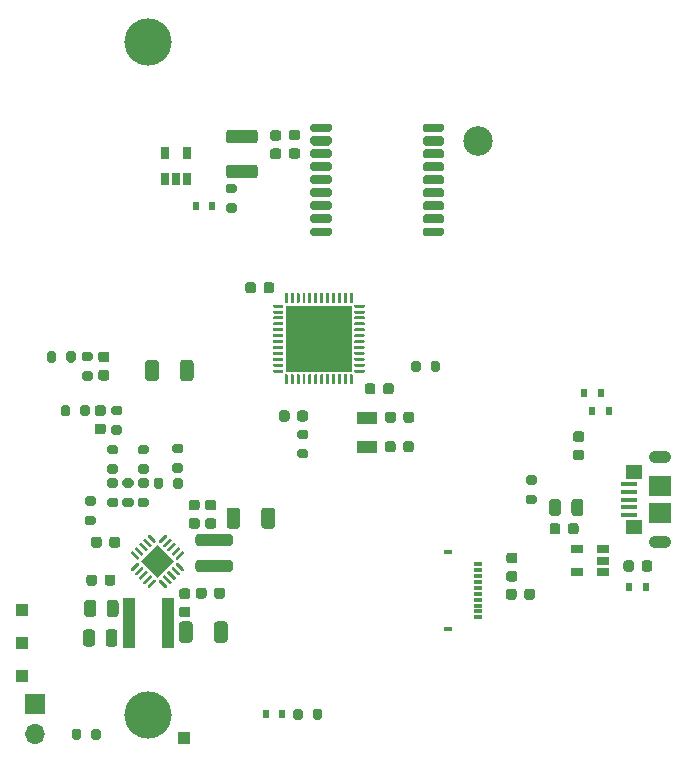
<source format=gbr>
%TF.GenerationSoftware,KiCad,Pcbnew,(5.1.10)-1*%
%TF.CreationDate,2021-11-23T09:49:32-07:00*%
%TF.ProjectId,SolarGPS,536f6c61-7247-4505-932e-6b696361645f,rev?*%
%TF.SameCoordinates,Original*%
%TF.FileFunction,Soldermask,Bot*%
%TF.FilePolarity,Negative*%
%FSLAX46Y46*%
G04 Gerber Fmt 4.6, Leading zero omitted, Abs format (unit mm)*
G04 Created by KiCad (PCBNEW (5.1.10)-1) date 2021-11-23 09:49:32*
%MOMM*%
%LPD*%
G01*
G04 APERTURE LIST*
%ADD10R,0.650000X1.060000*%
%ADD11R,0.600000X0.700000*%
%ADD12R,1.060000X0.650000*%
%ADD13R,1.450000X1.150000*%
%ADD14O,1.900000X1.050000*%
%ADD15R,1.900000X1.750000*%
%ADD16R,1.400000X0.400000*%
%ADD17R,5.600000X5.600000*%
%ADD18R,1.000000X1.000000*%
%ADD19C,2.500000*%
%ADD20C,4.000000*%
%ADD21O,1.700000X1.700000*%
%ADD22R,1.700000X1.700000*%
%ADD23R,0.800000X0.400000*%
%ADD24R,0.800000X0.300000*%
%ADD25R,1.800000X1.000000*%
%ADD26C,0.100000*%
%ADD27R,1.000000X4.300000*%
G04 APERTURE END LIST*
D10*
%TO.C,U5*%
X64800000Y-62400000D03*
X62900000Y-62400000D03*
X62900000Y-64600000D03*
X63850000Y-64600000D03*
X64800000Y-64600000D03*
%TD*%
%TO.C,R7*%
G36*
G01*
X74600000Y-109675000D02*
X74600000Y-110225000D01*
G75*
G02*
X74400000Y-110425000I-200000J0D01*
G01*
X74000000Y-110425000D01*
G75*
G02*
X73800000Y-110225000I0J200000D01*
G01*
X73800000Y-109675000D01*
G75*
G02*
X74000000Y-109475000I200000J0D01*
G01*
X74400000Y-109475000D01*
G75*
G02*
X74600000Y-109675000I0J-200000D01*
G01*
G37*
G36*
G01*
X76250000Y-109675000D02*
X76250000Y-110225000D01*
G75*
G02*
X76050000Y-110425000I-200000J0D01*
G01*
X75650000Y-110425000D01*
G75*
G02*
X75450000Y-110225000I0J200000D01*
G01*
X75450000Y-109675000D01*
G75*
G02*
X75650000Y-109475000I200000J0D01*
G01*
X76050000Y-109475000D01*
G75*
G02*
X76250000Y-109675000I0J-200000D01*
G01*
G37*
%TD*%
D11*
%TO.C,D6*%
X71450000Y-109950000D03*
X72850000Y-109950000D03*
%TD*%
D12*
%TO.C,U4*%
X97800000Y-96000000D03*
X97800000Y-97900000D03*
X100000000Y-97900000D03*
X100000000Y-96950000D03*
X100000000Y-96000000D03*
%TD*%
D13*
%TO.C,J2*%
X102620000Y-89455000D03*
X102620000Y-94095000D03*
D14*
X104850000Y-95350000D03*
X104850000Y-88200000D03*
D15*
X104850000Y-90650000D03*
D16*
X102200000Y-91775000D03*
X102200000Y-92425000D03*
X102200000Y-93075000D03*
X102200000Y-90475000D03*
X102200000Y-91125000D03*
D15*
X104850000Y-92900000D03*
%TD*%
D11*
%TO.C,D5*%
X102250000Y-99200000D03*
X103650000Y-99200000D03*
%TD*%
%TO.C,D4*%
X99100000Y-84250000D03*
X100500000Y-84250000D03*
%TD*%
%TO.C,D3*%
X98450000Y-82750000D03*
X99850000Y-82750000D03*
%TD*%
%TO.C,C27*%
G36*
G01*
X103300000Y-97650000D02*
X103300000Y-97150000D01*
G75*
G02*
X103525000Y-96925000I225000J0D01*
G01*
X103975000Y-96925000D01*
G75*
G02*
X104200000Y-97150000I0J-225000D01*
G01*
X104200000Y-97650000D01*
G75*
G02*
X103975000Y-97875000I-225000J0D01*
G01*
X103525000Y-97875000D01*
G75*
G02*
X103300000Y-97650000I0J225000D01*
G01*
G37*
G36*
G01*
X101750000Y-97650000D02*
X101750000Y-97150000D01*
G75*
G02*
X101975000Y-96925000I225000J0D01*
G01*
X102425000Y-96925000D01*
G75*
G02*
X102650000Y-97150000I0J-225000D01*
G01*
X102650000Y-97650000D01*
G75*
G02*
X102425000Y-97875000I-225000J0D01*
G01*
X101975000Y-97875000D01*
G75*
G02*
X101750000Y-97650000I0J225000D01*
G01*
G37*
%TD*%
%TO.C,C19*%
G36*
G01*
X96400000Y-94000000D02*
X96400000Y-94500000D01*
G75*
G02*
X96175000Y-94725000I-225000J0D01*
G01*
X95725000Y-94725000D01*
G75*
G02*
X95500000Y-94500000I0J225000D01*
G01*
X95500000Y-94000000D01*
G75*
G02*
X95725000Y-93775000I225000J0D01*
G01*
X96175000Y-93775000D01*
G75*
G02*
X96400000Y-94000000I0J-225000D01*
G01*
G37*
G36*
G01*
X97950000Y-94000000D02*
X97950000Y-94500000D01*
G75*
G02*
X97725000Y-94725000I-225000J0D01*
G01*
X97275000Y-94725000D01*
G75*
G02*
X97050000Y-94500000I0J225000D01*
G01*
X97050000Y-94000000D01*
G75*
G02*
X97275000Y-93775000I225000J0D01*
G01*
X97725000Y-93775000D01*
G75*
G02*
X97950000Y-94000000I0J-225000D01*
G01*
G37*
%TD*%
%TO.C,C17*%
G36*
G01*
X97350000Y-92925000D02*
X97350000Y-91975000D01*
G75*
G02*
X97600000Y-91725000I250000J0D01*
G01*
X98100000Y-91725000D01*
G75*
G02*
X98350000Y-91975000I0J-250000D01*
G01*
X98350000Y-92925000D01*
G75*
G02*
X98100000Y-93175000I-250000J0D01*
G01*
X97600000Y-93175000D01*
G75*
G02*
X97350000Y-92925000I0J250000D01*
G01*
G37*
G36*
G01*
X95450000Y-92925000D02*
X95450000Y-91975000D01*
G75*
G02*
X95700000Y-91725000I250000J0D01*
G01*
X96200000Y-91725000D01*
G75*
G02*
X96450000Y-91975000I0J-250000D01*
G01*
X96450000Y-92925000D01*
G75*
G02*
X96200000Y-93175000I-250000J0D01*
G01*
X95700000Y-93175000D01*
G75*
G02*
X95450000Y-92925000I0J250000D01*
G01*
G37*
%TD*%
D17*
%TO.C,U3*%
X75950000Y-78150000D03*
G36*
G01*
X79762500Y-81025000D02*
X79012500Y-81025000D01*
G75*
G02*
X78950000Y-80962500I0J62500D01*
G01*
X78950000Y-80837500D01*
G75*
G02*
X79012500Y-80775000I62500J0D01*
G01*
X79762500Y-80775000D01*
G75*
G02*
X79825000Y-80837500I0J-62500D01*
G01*
X79825000Y-80962500D01*
G75*
G02*
X79762500Y-81025000I-62500J0D01*
G01*
G37*
G36*
G01*
X79762500Y-80525000D02*
X79012500Y-80525000D01*
G75*
G02*
X78950000Y-80462500I0J62500D01*
G01*
X78950000Y-80337500D01*
G75*
G02*
X79012500Y-80275000I62500J0D01*
G01*
X79762500Y-80275000D01*
G75*
G02*
X79825000Y-80337500I0J-62500D01*
G01*
X79825000Y-80462500D01*
G75*
G02*
X79762500Y-80525000I-62500J0D01*
G01*
G37*
G36*
G01*
X79762500Y-80025000D02*
X79012500Y-80025000D01*
G75*
G02*
X78950000Y-79962500I0J62500D01*
G01*
X78950000Y-79837500D01*
G75*
G02*
X79012500Y-79775000I62500J0D01*
G01*
X79762500Y-79775000D01*
G75*
G02*
X79825000Y-79837500I0J-62500D01*
G01*
X79825000Y-79962500D01*
G75*
G02*
X79762500Y-80025000I-62500J0D01*
G01*
G37*
G36*
G01*
X79762500Y-79525000D02*
X79012500Y-79525000D01*
G75*
G02*
X78950000Y-79462500I0J62500D01*
G01*
X78950000Y-79337500D01*
G75*
G02*
X79012500Y-79275000I62500J0D01*
G01*
X79762500Y-79275000D01*
G75*
G02*
X79825000Y-79337500I0J-62500D01*
G01*
X79825000Y-79462500D01*
G75*
G02*
X79762500Y-79525000I-62500J0D01*
G01*
G37*
G36*
G01*
X79762500Y-79025000D02*
X79012500Y-79025000D01*
G75*
G02*
X78950000Y-78962500I0J62500D01*
G01*
X78950000Y-78837500D01*
G75*
G02*
X79012500Y-78775000I62500J0D01*
G01*
X79762500Y-78775000D01*
G75*
G02*
X79825000Y-78837500I0J-62500D01*
G01*
X79825000Y-78962500D01*
G75*
G02*
X79762500Y-79025000I-62500J0D01*
G01*
G37*
G36*
G01*
X79762500Y-78525000D02*
X79012500Y-78525000D01*
G75*
G02*
X78950000Y-78462500I0J62500D01*
G01*
X78950000Y-78337500D01*
G75*
G02*
X79012500Y-78275000I62500J0D01*
G01*
X79762500Y-78275000D01*
G75*
G02*
X79825000Y-78337500I0J-62500D01*
G01*
X79825000Y-78462500D01*
G75*
G02*
X79762500Y-78525000I-62500J0D01*
G01*
G37*
G36*
G01*
X79762500Y-78025000D02*
X79012500Y-78025000D01*
G75*
G02*
X78950000Y-77962500I0J62500D01*
G01*
X78950000Y-77837500D01*
G75*
G02*
X79012500Y-77775000I62500J0D01*
G01*
X79762500Y-77775000D01*
G75*
G02*
X79825000Y-77837500I0J-62500D01*
G01*
X79825000Y-77962500D01*
G75*
G02*
X79762500Y-78025000I-62500J0D01*
G01*
G37*
G36*
G01*
X79762500Y-77525000D02*
X79012500Y-77525000D01*
G75*
G02*
X78950000Y-77462500I0J62500D01*
G01*
X78950000Y-77337500D01*
G75*
G02*
X79012500Y-77275000I62500J0D01*
G01*
X79762500Y-77275000D01*
G75*
G02*
X79825000Y-77337500I0J-62500D01*
G01*
X79825000Y-77462500D01*
G75*
G02*
X79762500Y-77525000I-62500J0D01*
G01*
G37*
G36*
G01*
X79762500Y-77025000D02*
X79012500Y-77025000D01*
G75*
G02*
X78950000Y-76962500I0J62500D01*
G01*
X78950000Y-76837500D01*
G75*
G02*
X79012500Y-76775000I62500J0D01*
G01*
X79762500Y-76775000D01*
G75*
G02*
X79825000Y-76837500I0J-62500D01*
G01*
X79825000Y-76962500D01*
G75*
G02*
X79762500Y-77025000I-62500J0D01*
G01*
G37*
G36*
G01*
X79762500Y-76525000D02*
X79012500Y-76525000D01*
G75*
G02*
X78950000Y-76462500I0J62500D01*
G01*
X78950000Y-76337500D01*
G75*
G02*
X79012500Y-76275000I62500J0D01*
G01*
X79762500Y-76275000D01*
G75*
G02*
X79825000Y-76337500I0J-62500D01*
G01*
X79825000Y-76462500D01*
G75*
G02*
X79762500Y-76525000I-62500J0D01*
G01*
G37*
G36*
G01*
X79762500Y-76025000D02*
X79012500Y-76025000D01*
G75*
G02*
X78950000Y-75962500I0J62500D01*
G01*
X78950000Y-75837500D01*
G75*
G02*
X79012500Y-75775000I62500J0D01*
G01*
X79762500Y-75775000D01*
G75*
G02*
X79825000Y-75837500I0J-62500D01*
G01*
X79825000Y-75962500D01*
G75*
G02*
X79762500Y-76025000I-62500J0D01*
G01*
G37*
G36*
G01*
X79762500Y-75525000D02*
X79012500Y-75525000D01*
G75*
G02*
X78950000Y-75462500I0J62500D01*
G01*
X78950000Y-75337500D01*
G75*
G02*
X79012500Y-75275000I62500J0D01*
G01*
X79762500Y-75275000D01*
G75*
G02*
X79825000Y-75337500I0J-62500D01*
G01*
X79825000Y-75462500D01*
G75*
G02*
X79762500Y-75525000I-62500J0D01*
G01*
G37*
G36*
G01*
X78762500Y-75150000D02*
X78637500Y-75150000D01*
G75*
G02*
X78575000Y-75087500I0J62500D01*
G01*
X78575000Y-74337500D01*
G75*
G02*
X78637500Y-74275000I62500J0D01*
G01*
X78762500Y-74275000D01*
G75*
G02*
X78825000Y-74337500I0J-62500D01*
G01*
X78825000Y-75087500D01*
G75*
G02*
X78762500Y-75150000I-62500J0D01*
G01*
G37*
G36*
G01*
X78262500Y-75150000D02*
X78137500Y-75150000D01*
G75*
G02*
X78075000Y-75087500I0J62500D01*
G01*
X78075000Y-74337500D01*
G75*
G02*
X78137500Y-74275000I62500J0D01*
G01*
X78262500Y-74275000D01*
G75*
G02*
X78325000Y-74337500I0J-62500D01*
G01*
X78325000Y-75087500D01*
G75*
G02*
X78262500Y-75150000I-62500J0D01*
G01*
G37*
G36*
G01*
X77762500Y-75150000D02*
X77637500Y-75150000D01*
G75*
G02*
X77575000Y-75087500I0J62500D01*
G01*
X77575000Y-74337500D01*
G75*
G02*
X77637500Y-74275000I62500J0D01*
G01*
X77762500Y-74275000D01*
G75*
G02*
X77825000Y-74337500I0J-62500D01*
G01*
X77825000Y-75087500D01*
G75*
G02*
X77762500Y-75150000I-62500J0D01*
G01*
G37*
G36*
G01*
X77262500Y-75150000D02*
X77137500Y-75150000D01*
G75*
G02*
X77075000Y-75087500I0J62500D01*
G01*
X77075000Y-74337500D01*
G75*
G02*
X77137500Y-74275000I62500J0D01*
G01*
X77262500Y-74275000D01*
G75*
G02*
X77325000Y-74337500I0J-62500D01*
G01*
X77325000Y-75087500D01*
G75*
G02*
X77262500Y-75150000I-62500J0D01*
G01*
G37*
G36*
G01*
X76762500Y-75150000D02*
X76637500Y-75150000D01*
G75*
G02*
X76575000Y-75087500I0J62500D01*
G01*
X76575000Y-74337500D01*
G75*
G02*
X76637500Y-74275000I62500J0D01*
G01*
X76762500Y-74275000D01*
G75*
G02*
X76825000Y-74337500I0J-62500D01*
G01*
X76825000Y-75087500D01*
G75*
G02*
X76762500Y-75150000I-62500J0D01*
G01*
G37*
G36*
G01*
X76262500Y-75150000D02*
X76137500Y-75150000D01*
G75*
G02*
X76075000Y-75087500I0J62500D01*
G01*
X76075000Y-74337500D01*
G75*
G02*
X76137500Y-74275000I62500J0D01*
G01*
X76262500Y-74275000D01*
G75*
G02*
X76325000Y-74337500I0J-62500D01*
G01*
X76325000Y-75087500D01*
G75*
G02*
X76262500Y-75150000I-62500J0D01*
G01*
G37*
G36*
G01*
X75762500Y-75150000D02*
X75637500Y-75150000D01*
G75*
G02*
X75575000Y-75087500I0J62500D01*
G01*
X75575000Y-74337500D01*
G75*
G02*
X75637500Y-74275000I62500J0D01*
G01*
X75762500Y-74275000D01*
G75*
G02*
X75825000Y-74337500I0J-62500D01*
G01*
X75825000Y-75087500D01*
G75*
G02*
X75762500Y-75150000I-62500J0D01*
G01*
G37*
G36*
G01*
X75262500Y-75150000D02*
X75137500Y-75150000D01*
G75*
G02*
X75075000Y-75087500I0J62500D01*
G01*
X75075000Y-74337500D01*
G75*
G02*
X75137500Y-74275000I62500J0D01*
G01*
X75262500Y-74275000D01*
G75*
G02*
X75325000Y-74337500I0J-62500D01*
G01*
X75325000Y-75087500D01*
G75*
G02*
X75262500Y-75150000I-62500J0D01*
G01*
G37*
G36*
G01*
X74762500Y-75150000D02*
X74637500Y-75150000D01*
G75*
G02*
X74575000Y-75087500I0J62500D01*
G01*
X74575000Y-74337500D01*
G75*
G02*
X74637500Y-74275000I62500J0D01*
G01*
X74762500Y-74275000D01*
G75*
G02*
X74825000Y-74337500I0J-62500D01*
G01*
X74825000Y-75087500D01*
G75*
G02*
X74762500Y-75150000I-62500J0D01*
G01*
G37*
G36*
G01*
X74262500Y-75150000D02*
X74137500Y-75150000D01*
G75*
G02*
X74075000Y-75087500I0J62500D01*
G01*
X74075000Y-74337500D01*
G75*
G02*
X74137500Y-74275000I62500J0D01*
G01*
X74262500Y-74275000D01*
G75*
G02*
X74325000Y-74337500I0J-62500D01*
G01*
X74325000Y-75087500D01*
G75*
G02*
X74262500Y-75150000I-62500J0D01*
G01*
G37*
G36*
G01*
X73762500Y-75150000D02*
X73637500Y-75150000D01*
G75*
G02*
X73575000Y-75087500I0J62500D01*
G01*
X73575000Y-74337500D01*
G75*
G02*
X73637500Y-74275000I62500J0D01*
G01*
X73762500Y-74275000D01*
G75*
G02*
X73825000Y-74337500I0J-62500D01*
G01*
X73825000Y-75087500D01*
G75*
G02*
X73762500Y-75150000I-62500J0D01*
G01*
G37*
G36*
G01*
X73262500Y-75150000D02*
X73137500Y-75150000D01*
G75*
G02*
X73075000Y-75087500I0J62500D01*
G01*
X73075000Y-74337500D01*
G75*
G02*
X73137500Y-74275000I62500J0D01*
G01*
X73262500Y-74275000D01*
G75*
G02*
X73325000Y-74337500I0J-62500D01*
G01*
X73325000Y-75087500D01*
G75*
G02*
X73262500Y-75150000I-62500J0D01*
G01*
G37*
G36*
G01*
X72887500Y-75525000D02*
X72137500Y-75525000D01*
G75*
G02*
X72075000Y-75462500I0J62500D01*
G01*
X72075000Y-75337500D01*
G75*
G02*
X72137500Y-75275000I62500J0D01*
G01*
X72887500Y-75275000D01*
G75*
G02*
X72950000Y-75337500I0J-62500D01*
G01*
X72950000Y-75462500D01*
G75*
G02*
X72887500Y-75525000I-62500J0D01*
G01*
G37*
G36*
G01*
X72887500Y-76025000D02*
X72137500Y-76025000D01*
G75*
G02*
X72075000Y-75962500I0J62500D01*
G01*
X72075000Y-75837500D01*
G75*
G02*
X72137500Y-75775000I62500J0D01*
G01*
X72887500Y-75775000D01*
G75*
G02*
X72950000Y-75837500I0J-62500D01*
G01*
X72950000Y-75962500D01*
G75*
G02*
X72887500Y-76025000I-62500J0D01*
G01*
G37*
G36*
G01*
X72887500Y-76525000D02*
X72137500Y-76525000D01*
G75*
G02*
X72075000Y-76462500I0J62500D01*
G01*
X72075000Y-76337500D01*
G75*
G02*
X72137500Y-76275000I62500J0D01*
G01*
X72887500Y-76275000D01*
G75*
G02*
X72950000Y-76337500I0J-62500D01*
G01*
X72950000Y-76462500D01*
G75*
G02*
X72887500Y-76525000I-62500J0D01*
G01*
G37*
G36*
G01*
X72887500Y-77025000D02*
X72137500Y-77025000D01*
G75*
G02*
X72075000Y-76962500I0J62500D01*
G01*
X72075000Y-76837500D01*
G75*
G02*
X72137500Y-76775000I62500J0D01*
G01*
X72887500Y-76775000D01*
G75*
G02*
X72950000Y-76837500I0J-62500D01*
G01*
X72950000Y-76962500D01*
G75*
G02*
X72887500Y-77025000I-62500J0D01*
G01*
G37*
G36*
G01*
X72887500Y-77525000D02*
X72137500Y-77525000D01*
G75*
G02*
X72075000Y-77462500I0J62500D01*
G01*
X72075000Y-77337500D01*
G75*
G02*
X72137500Y-77275000I62500J0D01*
G01*
X72887500Y-77275000D01*
G75*
G02*
X72950000Y-77337500I0J-62500D01*
G01*
X72950000Y-77462500D01*
G75*
G02*
X72887500Y-77525000I-62500J0D01*
G01*
G37*
G36*
G01*
X72887500Y-78025000D02*
X72137500Y-78025000D01*
G75*
G02*
X72075000Y-77962500I0J62500D01*
G01*
X72075000Y-77837500D01*
G75*
G02*
X72137500Y-77775000I62500J0D01*
G01*
X72887500Y-77775000D01*
G75*
G02*
X72950000Y-77837500I0J-62500D01*
G01*
X72950000Y-77962500D01*
G75*
G02*
X72887500Y-78025000I-62500J0D01*
G01*
G37*
G36*
G01*
X72887500Y-78525000D02*
X72137500Y-78525000D01*
G75*
G02*
X72075000Y-78462500I0J62500D01*
G01*
X72075000Y-78337500D01*
G75*
G02*
X72137500Y-78275000I62500J0D01*
G01*
X72887500Y-78275000D01*
G75*
G02*
X72950000Y-78337500I0J-62500D01*
G01*
X72950000Y-78462500D01*
G75*
G02*
X72887500Y-78525000I-62500J0D01*
G01*
G37*
G36*
G01*
X72887500Y-79025000D02*
X72137500Y-79025000D01*
G75*
G02*
X72075000Y-78962500I0J62500D01*
G01*
X72075000Y-78837500D01*
G75*
G02*
X72137500Y-78775000I62500J0D01*
G01*
X72887500Y-78775000D01*
G75*
G02*
X72950000Y-78837500I0J-62500D01*
G01*
X72950000Y-78962500D01*
G75*
G02*
X72887500Y-79025000I-62500J0D01*
G01*
G37*
G36*
G01*
X72887500Y-79525000D02*
X72137500Y-79525000D01*
G75*
G02*
X72075000Y-79462500I0J62500D01*
G01*
X72075000Y-79337500D01*
G75*
G02*
X72137500Y-79275000I62500J0D01*
G01*
X72887500Y-79275000D01*
G75*
G02*
X72950000Y-79337500I0J-62500D01*
G01*
X72950000Y-79462500D01*
G75*
G02*
X72887500Y-79525000I-62500J0D01*
G01*
G37*
G36*
G01*
X72887500Y-80025000D02*
X72137500Y-80025000D01*
G75*
G02*
X72075000Y-79962500I0J62500D01*
G01*
X72075000Y-79837500D01*
G75*
G02*
X72137500Y-79775000I62500J0D01*
G01*
X72887500Y-79775000D01*
G75*
G02*
X72950000Y-79837500I0J-62500D01*
G01*
X72950000Y-79962500D01*
G75*
G02*
X72887500Y-80025000I-62500J0D01*
G01*
G37*
G36*
G01*
X72887500Y-80525000D02*
X72137500Y-80525000D01*
G75*
G02*
X72075000Y-80462500I0J62500D01*
G01*
X72075000Y-80337500D01*
G75*
G02*
X72137500Y-80275000I62500J0D01*
G01*
X72887500Y-80275000D01*
G75*
G02*
X72950000Y-80337500I0J-62500D01*
G01*
X72950000Y-80462500D01*
G75*
G02*
X72887500Y-80525000I-62500J0D01*
G01*
G37*
G36*
G01*
X72887500Y-81025000D02*
X72137500Y-81025000D01*
G75*
G02*
X72075000Y-80962500I0J62500D01*
G01*
X72075000Y-80837500D01*
G75*
G02*
X72137500Y-80775000I62500J0D01*
G01*
X72887500Y-80775000D01*
G75*
G02*
X72950000Y-80837500I0J-62500D01*
G01*
X72950000Y-80962500D01*
G75*
G02*
X72887500Y-81025000I-62500J0D01*
G01*
G37*
G36*
G01*
X73262500Y-82025000D02*
X73137500Y-82025000D01*
G75*
G02*
X73075000Y-81962500I0J62500D01*
G01*
X73075000Y-81212500D01*
G75*
G02*
X73137500Y-81150000I62500J0D01*
G01*
X73262500Y-81150000D01*
G75*
G02*
X73325000Y-81212500I0J-62500D01*
G01*
X73325000Y-81962500D01*
G75*
G02*
X73262500Y-82025000I-62500J0D01*
G01*
G37*
G36*
G01*
X73762500Y-82025000D02*
X73637500Y-82025000D01*
G75*
G02*
X73575000Y-81962500I0J62500D01*
G01*
X73575000Y-81212500D01*
G75*
G02*
X73637500Y-81150000I62500J0D01*
G01*
X73762500Y-81150000D01*
G75*
G02*
X73825000Y-81212500I0J-62500D01*
G01*
X73825000Y-81962500D01*
G75*
G02*
X73762500Y-82025000I-62500J0D01*
G01*
G37*
G36*
G01*
X74262500Y-82025000D02*
X74137500Y-82025000D01*
G75*
G02*
X74075000Y-81962500I0J62500D01*
G01*
X74075000Y-81212500D01*
G75*
G02*
X74137500Y-81150000I62500J0D01*
G01*
X74262500Y-81150000D01*
G75*
G02*
X74325000Y-81212500I0J-62500D01*
G01*
X74325000Y-81962500D01*
G75*
G02*
X74262500Y-82025000I-62500J0D01*
G01*
G37*
G36*
G01*
X74762500Y-82025000D02*
X74637500Y-82025000D01*
G75*
G02*
X74575000Y-81962500I0J62500D01*
G01*
X74575000Y-81212500D01*
G75*
G02*
X74637500Y-81150000I62500J0D01*
G01*
X74762500Y-81150000D01*
G75*
G02*
X74825000Y-81212500I0J-62500D01*
G01*
X74825000Y-81962500D01*
G75*
G02*
X74762500Y-82025000I-62500J0D01*
G01*
G37*
G36*
G01*
X75262500Y-82025000D02*
X75137500Y-82025000D01*
G75*
G02*
X75075000Y-81962500I0J62500D01*
G01*
X75075000Y-81212500D01*
G75*
G02*
X75137500Y-81150000I62500J0D01*
G01*
X75262500Y-81150000D01*
G75*
G02*
X75325000Y-81212500I0J-62500D01*
G01*
X75325000Y-81962500D01*
G75*
G02*
X75262500Y-82025000I-62500J0D01*
G01*
G37*
G36*
G01*
X75762500Y-82025000D02*
X75637500Y-82025000D01*
G75*
G02*
X75575000Y-81962500I0J62500D01*
G01*
X75575000Y-81212500D01*
G75*
G02*
X75637500Y-81150000I62500J0D01*
G01*
X75762500Y-81150000D01*
G75*
G02*
X75825000Y-81212500I0J-62500D01*
G01*
X75825000Y-81962500D01*
G75*
G02*
X75762500Y-82025000I-62500J0D01*
G01*
G37*
G36*
G01*
X76262500Y-82025000D02*
X76137500Y-82025000D01*
G75*
G02*
X76075000Y-81962500I0J62500D01*
G01*
X76075000Y-81212500D01*
G75*
G02*
X76137500Y-81150000I62500J0D01*
G01*
X76262500Y-81150000D01*
G75*
G02*
X76325000Y-81212500I0J-62500D01*
G01*
X76325000Y-81962500D01*
G75*
G02*
X76262500Y-82025000I-62500J0D01*
G01*
G37*
G36*
G01*
X76762500Y-82025000D02*
X76637500Y-82025000D01*
G75*
G02*
X76575000Y-81962500I0J62500D01*
G01*
X76575000Y-81212500D01*
G75*
G02*
X76637500Y-81150000I62500J0D01*
G01*
X76762500Y-81150000D01*
G75*
G02*
X76825000Y-81212500I0J-62500D01*
G01*
X76825000Y-81962500D01*
G75*
G02*
X76762500Y-82025000I-62500J0D01*
G01*
G37*
G36*
G01*
X77262500Y-82025000D02*
X77137500Y-82025000D01*
G75*
G02*
X77075000Y-81962500I0J62500D01*
G01*
X77075000Y-81212500D01*
G75*
G02*
X77137500Y-81150000I62500J0D01*
G01*
X77262500Y-81150000D01*
G75*
G02*
X77325000Y-81212500I0J-62500D01*
G01*
X77325000Y-81962500D01*
G75*
G02*
X77262500Y-82025000I-62500J0D01*
G01*
G37*
G36*
G01*
X77762500Y-82025000D02*
X77637500Y-82025000D01*
G75*
G02*
X77575000Y-81962500I0J62500D01*
G01*
X77575000Y-81212500D01*
G75*
G02*
X77637500Y-81150000I62500J0D01*
G01*
X77762500Y-81150000D01*
G75*
G02*
X77825000Y-81212500I0J-62500D01*
G01*
X77825000Y-81962500D01*
G75*
G02*
X77762500Y-82025000I-62500J0D01*
G01*
G37*
G36*
G01*
X78262500Y-82025000D02*
X78137500Y-82025000D01*
G75*
G02*
X78075000Y-81962500I0J62500D01*
G01*
X78075000Y-81212500D01*
G75*
G02*
X78137500Y-81150000I62500J0D01*
G01*
X78262500Y-81150000D01*
G75*
G02*
X78325000Y-81212500I0J-62500D01*
G01*
X78325000Y-81962500D01*
G75*
G02*
X78262500Y-82025000I-62500J0D01*
G01*
G37*
G36*
G01*
X78762500Y-82025000D02*
X78637500Y-82025000D01*
G75*
G02*
X78575000Y-81962500I0J62500D01*
G01*
X78575000Y-81212500D01*
G75*
G02*
X78637500Y-81150000I62500J0D01*
G01*
X78762500Y-81150000D01*
G75*
G02*
X78825000Y-81212500I0J-62500D01*
G01*
X78825000Y-81962500D01*
G75*
G02*
X78762500Y-82025000I-62500J0D01*
G01*
G37*
%TD*%
D11*
%TO.C,D1*%
X66950000Y-66900000D03*
X65550000Y-66900000D03*
%TD*%
%TO.C,R6*%
G36*
G01*
X68275000Y-66700000D02*
X68825000Y-66700000D01*
G75*
G02*
X69025000Y-66900000I0J-200000D01*
G01*
X69025000Y-67300000D01*
G75*
G02*
X68825000Y-67500000I-200000J0D01*
G01*
X68275000Y-67500000D01*
G75*
G02*
X68075000Y-67300000I0J200000D01*
G01*
X68075000Y-66900000D01*
G75*
G02*
X68275000Y-66700000I200000J0D01*
G01*
G37*
G36*
G01*
X68275000Y-65050000D02*
X68825000Y-65050000D01*
G75*
G02*
X69025000Y-65250000I0J-200000D01*
G01*
X69025000Y-65650000D01*
G75*
G02*
X68825000Y-65850000I-200000J0D01*
G01*
X68275000Y-65850000D01*
G75*
G02*
X68075000Y-65650000I0J200000D01*
G01*
X68075000Y-65250000D01*
G75*
G02*
X68275000Y-65050000I200000J0D01*
G01*
G37*
%TD*%
%TO.C,C16*%
G36*
G01*
X70550001Y-61625000D02*
X68349999Y-61625000D01*
G75*
G02*
X68100000Y-61375001I0J249999D01*
G01*
X68100000Y-60724999D01*
G75*
G02*
X68349999Y-60475000I249999J0D01*
G01*
X70550001Y-60475000D01*
G75*
G02*
X70800000Y-60724999I0J-249999D01*
G01*
X70800000Y-61375001D01*
G75*
G02*
X70550001Y-61625000I-249999J0D01*
G01*
G37*
G36*
G01*
X70550001Y-64575000D02*
X68349999Y-64575000D01*
G75*
G02*
X68100000Y-64325001I0J249999D01*
G01*
X68100000Y-63674999D01*
G75*
G02*
X68349999Y-63425000I249999J0D01*
G01*
X70550001Y-63425000D01*
G75*
G02*
X70800000Y-63674999I0J-249999D01*
G01*
X70800000Y-64325001D01*
G75*
G02*
X70550001Y-64575000I-249999J0D01*
G01*
G37*
%TD*%
D18*
%TO.C,TPGND1*%
X50850000Y-101150000D03*
%TD*%
%TO.C,TPSHNT1*%
X50850000Y-106750000D03*
%TD*%
%TO.C,R5*%
G36*
G01*
X55825000Y-111375000D02*
X55825000Y-111925000D01*
G75*
G02*
X55625000Y-112125000I-200000J0D01*
G01*
X55225000Y-112125000D01*
G75*
G02*
X55025000Y-111925000I0J200000D01*
G01*
X55025000Y-111375000D01*
G75*
G02*
X55225000Y-111175000I200000J0D01*
G01*
X55625000Y-111175000D01*
G75*
G02*
X55825000Y-111375000I0J-200000D01*
G01*
G37*
G36*
G01*
X57475000Y-111375000D02*
X57475000Y-111925000D01*
G75*
G02*
X57275000Y-112125000I-200000J0D01*
G01*
X56875000Y-112125000D01*
G75*
G02*
X56675000Y-111925000I0J200000D01*
G01*
X56675000Y-111375000D01*
G75*
G02*
X56875000Y-111175000I200000J0D01*
G01*
X57275000Y-111175000D01*
G75*
G02*
X57475000Y-111375000I0J-200000D01*
G01*
G37*
%TD*%
D19*
%TO.C,AE1*%
X89400000Y-61400000D03*
%TD*%
D20*
%TO.C,SC1*%
X61500000Y-53000000D03*
X61500000Y-110000000D03*
%TD*%
D21*
%TO.C,C14*%
X51900000Y-111640000D03*
D22*
X51900000Y-109100000D03*
%TD*%
D18*
%TO.C,TPBAT1*%
X50850000Y-103950000D03*
%TD*%
%TO.C,TPSOLAR1*%
X64550000Y-112000000D03*
%TD*%
D23*
%TO.C,J1*%
X86900000Y-96250000D03*
X86900000Y-102750000D03*
D24*
X89400000Y-97250000D03*
X89400000Y-97750000D03*
X89400000Y-98250000D03*
X89400000Y-98750000D03*
X89400000Y-99250000D03*
X89400000Y-99750000D03*
X89400000Y-100250000D03*
X89400000Y-100750000D03*
X89400000Y-101250000D03*
X89400000Y-101750000D03*
%TD*%
D25*
%TO.C,Y1*%
X80050000Y-84850000D03*
X80050000Y-87350000D03*
%TD*%
%TO.C,U2*%
G36*
G01*
X84750000Y-69275000D02*
X84750000Y-68925000D01*
G75*
G02*
X84925000Y-68750000I175000J0D01*
G01*
X86375000Y-68750000D01*
G75*
G02*
X86550000Y-68925000I0J-175000D01*
G01*
X86550000Y-69275000D01*
G75*
G02*
X86375000Y-69450000I-175000J0D01*
G01*
X84925000Y-69450000D01*
G75*
G02*
X84750000Y-69275000I0J175000D01*
G01*
G37*
G36*
G01*
X84750000Y-68200000D02*
X84750000Y-67800000D01*
G75*
G02*
X84950000Y-67600000I200000J0D01*
G01*
X86350000Y-67600000D01*
G75*
G02*
X86550000Y-67800000I0J-200000D01*
G01*
X86550000Y-68200000D01*
G75*
G02*
X86350000Y-68400000I-200000J0D01*
G01*
X84950000Y-68400000D01*
G75*
G02*
X84750000Y-68200000I0J200000D01*
G01*
G37*
G36*
G01*
X84750000Y-67100000D02*
X84750000Y-66700000D01*
G75*
G02*
X84950000Y-66500000I200000J0D01*
G01*
X86350000Y-66500000D01*
G75*
G02*
X86550000Y-66700000I0J-200000D01*
G01*
X86550000Y-67100000D01*
G75*
G02*
X86350000Y-67300000I-200000J0D01*
G01*
X84950000Y-67300000D01*
G75*
G02*
X84750000Y-67100000I0J200000D01*
G01*
G37*
G36*
G01*
X84750000Y-66000000D02*
X84750000Y-65600000D01*
G75*
G02*
X84950000Y-65400000I200000J0D01*
G01*
X86350000Y-65400000D01*
G75*
G02*
X86550000Y-65600000I0J-200000D01*
G01*
X86550000Y-66000000D01*
G75*
G02*
X86350000Y-66200000I-200000J0D01*
G01*
X84950000Y-66200000D01*
G75*
G02*
X84750000Y-66000000I0J200000D01*
G01*
G37*
G36*
G01*
X84750000Y-64900000D02*
X84750000Y-64500000D01*
G75*
G02*
X84950000Y-64300000I200000J0D01*
G01*
X86350000Y-64300000D01*
G75*
G02*
X86550000Y-64500000I0J-200000D01*
G01*
X86550000Y-64900000D01*
G75*
G02*
X86350000Y-65100000I-200000J0D01*
G01*
X84950000Y-65100000D01*
G75*
G02*
X84750000Y-64900000I0J200000D01*
G01*
G37*
G36*
G01*
X84750000Y-63800000D02*
X84750000Y-63400000D01*
G75*
G02*
X84950000Y-63200000I200000J0D01*
G01*
X86350000Y-63200000D01*
G75*
G02*
X86550000Y-63400000I0J-200000D01*
G01*
X86550000Y-63800000D01*
G75*
G02*
X86350000Y-64000000I-200000J0D01*
G01*
X84950000Y-64000000D01*
G75*
G02*
X84750000Y-63800000I0J200000D01*
G01*
G37*
G36*
G01*
X84750000Y-62700000D02*
X84750000Y-62300000D01*
G75*
G02*
X84950000Y-62100000I200000J0D01*
G01*
X86350000Y-62100000D01*
G75*
G02*
X86550000Y-62300000I0J-200000D01*
G01*
X86550000Y-62700000D01*
G75*
G02*
X86350000Y-62900000I-200000J0D01*
G01*
X84950000Y-62900000D01*
G75*
G02*
X84750000Y-62700000I0J200000D01*
G01*
G37*
G36*
G01*
X84750000Y-61600000D02*
X84750000Y-61200000D01*
G75*
G02*
X84950000Y-61000000I200000J0D01*
G01*
X86350000Y-61000000D01*
G75*
G02*
X86550000Y-61200000I0J-200000D01*
G01*
X86550000Y-61600000D01*
G75*
G02*
X86350000Y-61800000I-200000J0D01*
G01*
X84950000Y-61800000D01*
G75*
G02*
X84750000Y-61600000I0J200000D01*
G01*
G37*
G36*
G01*
X84750000Y-60475000D02*
X84750000Y-60125000D01*
G75*
G02*
X84925000Y-59950000I175000J0D01*
G01*
X86375000Y-59950000D01*
G75*
G02*
X86550000Y-60125000I0J-175000D01*
G01*
X86550000Y-60475000D01*
G75*
G02*
X86375000Y-60650000I-175000J0D01*
G01*
X84925000Y-60650000D01*
G75*
G02*
X84750000Y-60475000I0J175000D01*
G01*
G37*
G36*
G01*
X75250000Y-60475000D02*
X75250000Y-60125000D01*
G75*
G02*
X75425000Y-59950000I175000J0D01*
G01*
X76875000Y-59950000D01*
G75*
G02*
X77050000Y-60125000I0J-175000D01*
G01*
X77050000Y-60475000D01*
G75*
G02*
X76875000Y-60650000I-175000J0D01*
G01*
X75425000Y-60650000D01*
G75*
G02*
X75250000Y-60475000I0J175000D01*
G01*
G37*
G36*
G01*
X75250000Y-61600000D02*
X75250000Y-61200000D01*
G75*
G02*
X75450000Y-61000000I200000J0D01*
G01*
X76850000Y-61000000D01*
G75*
G02*
X77050000Y-61200000I0J-200000D01*
G01*
X77050000Y-61600000D01*
G75*
G02*
X76850000Y-61800000I-200000J0D01*
G01*
X75450000Y-61800000D01*
G75*
G02*
X75250000Y-61600000I0J200000D01*
G01*
G37*
G36*
G01*
X75250000Y-62700000D02*
X75250000Y-62300000D01*
G75*
G02*
X75450000Y-62100000I200000J0D01*
G01*
X76850000Y-62100000D01*
G75*
G02*
X77050000Y-62300000I0J-200000D01*
G01*
X77050000Y-62700000D01*
G75*
G02*
X76850000Y-62900000I-200000J0D01*
G01*
X75450000Y-62900000D01*
G75*
G02*
X75250000Y-62700000I0J200000D01*
G01*
G37*
G36*
G01*
X75250000Y-63800000D02*
X75250000Y-63400000D01*
G75*
G02*
X75450000Y-63200000I200000J0D01*
G01*
X76850000Y-63200000D01*
G75*
G02*
X77050000Y-63400000I0J-200000D01*
G01*
X77050000Y-63800000D01*
G75*
G02*
X76850000Y-64000000I-200000J0D01*
G01*
X75450000Y-64000000D01*
G75*
G02*
X75250000Y-63800000I0J200000D01*
G01*
G37*
G36*
G01*
X75250000Y-64900000D02*
X75250000Y-64500000D01*
G75*
G02*
X75450000Y-64300000I200000J0D01*
G01*
X76850000Y-64300000D01*
G75*
G02*
X77050000Y-64500000I0J-200000D01*
G01*
X77050000Y-64900000D01*
G75*
G02*
X76850000Y-65100000I-200000J0D01*
G01*
X75450000Y-65100000D01*
G75*
G02*
X75250000Y-64900000I0J200000D01*
G01*
G37*
G36*
G01*
X75250000Y-66000000D02*
X75250000Y-65600000D01*
G75*
G02*
X75450000Y-65400000I200000J0D01*
G01*
X76850000Y-65400000D01*
G75*
G02*
X77050000Y-65600000I0J-200000D01*
G01*
X77050000Y-66000000D01*
G75*
G02*
X76850000Y-66200000I-200000J0D01*
G01*
X75450000Y-66200000D01*
G75*
G02*
X75250000Y-66000000I0J200000D01*
G01*
G37*
G36*
G01*
X75250000Y-67100000D02*
X75250000Y-66700000D01*
G75*
G02*
X75450000Y-66500000I200000J0D01*
G01*
X76850000Y-66500000D01*
G75*
G02*
X77050000Y-66700000I0J-200000D01*
G01*
X77050000Y-67100000D01*
G75*
G02*
X76850000Y-67300000I-200000J0D01*
G01*
X75450000Y-67300000D01*
G75*
G02*
X75250000Y-67100000I0J200000D01*
G01*
G37*
G36*
G01*
X75250000Y-68200000D02*
X75250000Y-67800000D01*
G75*
G02*
X75450000Y-67600000I200000J0D01*
G01*
X76850000Y-67600000D01*
G75*
G02*
X77050000Y-67800000I0J-200000D01*
G01*
X77050000Y-68200000D01*
G75*
G02*
X76850000Y-68400000I-200000J0D01*
G01*
X75450000Y-68400000D01*
G75*
G02*
X75250000Y-68200000I0J200000D01*
G01*
G37*
G36*
G01*
X75250000Y-69275000D02*
X75250000Y-68925000D01*
G75*
G02*
X75425000Y-68750000I175000J0D01*
G01*
X76875000Y-68750000D01*
G75*
G02*
X77050000Y-68925000I0J-175000D01*
G01*
X77050000Y-69275000D01*
G75*
G02*
X76875000Y-69450000I-175000J0D01*
G01*
X75425000Y-69450000D01*
G75*
G02*
X75250000Y-69275000I0J175000D01*
G01*
G37*
%TD*%
D26*
%TO.C,U1*%
G36*
X62300000Y-98414214D02*
G01*
X60885786Y-97000000D01*
X62300000Y-95585786D01*
X63714214Y-97000000D01*
X62300000Y-98414214D01*
G37*
G36*
G01*
X62962913Y-99253902D02*
X62432583Y-98723572D01*
G75*
G02*
X62432583Y-98635184I44194J44194D01*
G01*
X62520971Y-98546796D01*
G75*
G02*
X62609359Y-98546796I44194J-44194D01*
G01*
X63139689Y-99077126D01*
G75*
G02*
X63139689Y-99165514I-44194J-44194D01*
G01*
X63051301Y-99253902D01*
G75*
G02*
X62962913Y-99253902I-44194J44194D01*
G01*
G37*
G36*
G01*
X63316466Y-98900349D02*
X62786136Y-98370019D01*
G75*
G02*
X62786136Y-98281631I44194J44194D01*
G01*
X62874524Y-98193243D01*
G75*
G02*
X62962912Y-98193243I44194J-44194D01*
G01*
X63493242Y-98723573D01*
G75*
G02*
X63493242Y-98811961I-44194J-44194D01*
G01*
X63404854Y-98900349D01*
G75*
G02*
X63316466Y-98900349I-44194J44194D01*
G01*
G37*
G36*
G01*
X63670020Y-98546796D02*
X63139690Y-98016466D01*
G75*
G02*
X63139690Y-97928078I44194J44194D01*
G01*
X63228078Y-97839690D01*
G75*
G02*
X63316466Y-97839690I44194J-44194D01*
G01*
X63846796Y-98370020D01*
G75*
G02*
X63846796Y-98458408I-44194J-44194D01*
G01*
X63758408Y-98546796D01*
G75*
G02*
X63670020Y-98546796I-44194J44194D01*
G01*
G37*
G36*
G01*
X64023573Y-98193242D02*
X63493243Y-97662912D01*
G75*
G02*
X63493243Y-97574524I44194J44194D01*
G01*
X63581631Y-97486136D01*
G75*
G02*
X63670019Y-97486136I44194J-44194D01*
G01*
X64200349Y-98016466D01*
G75*
G02*
X64200349Y-98104854I-44194J-44194D01*
G01*
X64111961Y-98193242D01*
G75*
G02*
X64023573Y-98193242I-44194J44194D01*
G01*
G37*
G36*
G01*
X64377126Y-97839689D02*
X63846796Y-97309359D01*
G75*
G02*
X63846796Y-97220971I44194J44194D01*
G01*
X63935184Y-97132583D01*
G75*
G02*
X64023572Y-97132583I44194J-44194D01*
G01*
X64553902Y-97662913D01*
G75*
G02*
X64553902Y-97751301I-44194J-44194D01*
G01*
X64465514Y-97839689D01*
G75*
G02*
X64377126Y-97839689I-44194J44194D01*
G01*
G37*
G36*
G01*
X63935184Y-96867417D02*
X63846796Y-96779029D01*
G75*
G02*
X63846796Y-96690641I44194J44194D01*
G01*
X64377126Y-96160311D01*
G75*
G02*
X64465514Y-96160311I44194J-44194D01*
G01*
X64553902Y-96248699D01*
G75*
G02*
X64553902Y-96337087I-44194J-44194D01*
G01*
X64023572Y-96867417D01*
G75*
G02*
X63935184Y-96867417I-44194J44194D01*
G01*
G37*
G36*
G01*
X63581631Y-96513864D02*
X63493243Y-96425476D01*
G75*
G02*
X63493243Y-96337088I44194J44194D01*
G01*
X64023573Y-95806758D01*
G75*
G02*
X64111961Y-95806758I44194J-44194D01*
G01*
X64200349Y-95895146D01*
G75*
G02*
X64200349Y-95983534I-44194J-44194D01*
G01*
X63670019Y-96513864D01*
G75*
G02*
X63581631Y-96513864I-44194J44194D01*
G01*
G37*
G36*
G01*
X63228078Y-96160310D02*
X63139690Y-96071922D01*
G75*
G02*
X63139690Y-95983534I44194J44194D01*
G01*
X63670020Y-95453204D01*
G75*
G02*
X63758408Y-95453204I44194J-44194D01*
G01*
X63846796Y-95541592D01*
G75*
G02*
X63846796Y-95629980I-44194J-44194D01*
G01*
X63316466Y-96160310D01*
G75*
G02*
X63228078Y-96160310I-44194J44194D01*
G01*
G37*
G36*
G01*
X62874524Y-95806757D02*
X62786136Y-95718369D01*
G75*
G02*
X62786136Y-95629981I44194J44194D01*
G01*
X63316466Y-95099651D01*
G75*
G02*
X63404854Y-95099651I44194J-44194D01*
G01*
X63493242Y-95188039D01*
G75*
G02*
X63493242Y-95276427I-44194J-44194D01*
G01*
X62962912Y-95806757D01*
G75*
G02*
X62874524Y-95806757I-44194J44194D01*
G01*
G37*
G36*
G01*
X62520971Y-95453204D02*
X62432583Y-95364816D01*
G75*
G02*
X62432583Y-95276428I44194J44194D01*
G01*
X62962913Y-94746098D01*
G75*
G02*
X63051301Y-94746098I44194J-44194D01*
G01*
X63139689Y-94834486D01*
G75*
G02*
X63139689Y-94922874I-44194J-44194D01*
G01*
X62609359Y-95453204D01*
G75*
G02*
X62520971Y-95453204I-44194J44194D01*
G01*
G37*
G36*
G01*
X61990641Y-95453204D02*
X61460311Y-94922874D01*
G75*
G02*
X61460311Y-94834486I44194J44194D01*
G01*
X61548699Y-94746098D01*
G75*
G02*
X61637087Y-94746098I44194J-44194D01*
G01*
X62167417Y-95276428D01*
G75*
G02*
X62167417Y-95364816I-44194J-44194D01*
G01*
X62079029Y-95453204D01*
G75*
G02*
X61990641Y-95453204I-44194J44194D01*
G01*
G37*
G36*
G01*
X61637088Y-95806757D02*
X61106758Y-95276427D01*
G75*
G02*
X61106758Y-95188039I44194J44194D01*
G01*
X61195146Y-95099651D01*
G75*
G02*
X61283534Y-95099651I44194J-44194D01*
G01*
X61813864Y-95629981D01*
G75*
G02*
X61813864Y-95718369I-44194J-44194D01*
G01*
X61725476Y-95806757D01*
G75*
G02*
X61637088Y-95806757I-44194J44194D01*
G01*
G37*
G36*
G01*
X61283534Y-96160310D02*
X60753204Y-95629980D01*
G75*
G02*
X60753204Y-95541592I44194J44194D01*
G01*
X60841592Y-95453204D01*
G75*
G02*
X60929980Y-95453204I44194J-44194D01*
G01*
X61460310Y-95983534D01*
G75*
G02*
X61460310Y-96071922I-44194J-44194D01*
G01*
X61371922Y-96160310D01*
G75*
G02*
X61283534Y-96160310I-44194J44194D01*
G01*
G37*
G36*
G01*
X60929981Y-96513864D02*
X60399651Y-95983534D01*
G75*
G02*
X60399651Y-95895146I44194J44194D01*
G01*
X60488039Y-95806758D01*
G75*
G02*
X60576427Y-95806758I44194J-44194D01*
G01*
X61106757Y-96337088D01*
G75*
G02*
X61106757Y-96425476I-44194J-44194D01*
G01*
X61018369Y-96513864D01*
G75*
G02*
X60929981Y-96513864I-44194J44194D01*
G01*
G37*
G36*
G01*
X60576428Y-96867417D02*
X60046098Y-96337087D01*
G75*
G02*
X60046098Y-96248699I44194J44194D01*
G01*
X60134486Y-96160311D01*
G75*
G02*
X60222874Y-96160311I44194J-44194D01*
G01*
X60753204Y-96690641D01*
G75*
G02*
X60753204Y-96779029I-44194J-44194D01*
G01*
X60664816Y-96867417D01*
G75*
G02*
X60576428Y-96867417I-44194J44194D01*
G01*
G37*
G36*
G01*
X60134486Y-97839689D02*
X60046098Y-97751301D01*
G75*
G02*
X60046098Y-97662913I44194J44194D01*
G01*
X60576428Y-97132583D01*
G75*
G02*
X60664816Y-97132583I44194J-44194D01*
G01*
X60753204Y-97220971D01*
G75*
G02*
X60753204Y-97309359I-44194J-44194D01*
G01*
X60222874Y-97839689D01*
G75*
G02*
X60134486Y-97839689I-44194J44194D01*
G01*
G37*
G36*
G01*
X60488039Y-98193242D02*
X60399651Y-98104854D01*
G75*
G02*
X60399651Y-98016466I44194J44194D01*
G01*
X60929981Y-97486136D01*
G75*
G02*
X61018369Y-97486136I44194J-44194D01*
G01*
X61106757Y-97574524D01*
G75*
G02*
X61106757Y-97662912I-44194J-44194D01*
G01*
X60576427Y-98193242D01*
G75*
G02*
X60488039Y-98193242I-44194J44194D01*
G01*
G37*
G36*
G01*
X60841592Y-98546796D02*
X60753204Y-98458408D01*
G75*
G02*
X60753204Y-98370020I44194J44194D01*
G01*
X61283534Y-97839690D01*
G75*
G02*
X61371922Y-97839690I44194J-44194D01*
G01*
X61460310Y-97928078D01*
G75*
G02*
X61460310Y-98016466I-44194J-44194D01*
G01*
X60929980Y-98546796D01*
G75*
G02*
X60841592Y-98546796I-44194J44194D01*
G01*
G37*
G36*
G01*
X61195146Y-98900349D02*
X61106758Y-98811961D01*
G75*
G02*
X61106758Y-98723573I44194J44194D01*
G01*
X61637088Y-98193243D01*
G75*
G02*
X61725476Y-98193243I44194J-44194D01*
G01*
X61813864Y-98281631D01*
G75*
G02*
X61813864Y-98370019I-44194J-44194D01*
G01*
X61283534Y-98900349D01*
G75*
G02*
X61195146Y-98900349I-44194J44194D01*
G01*
G37*
G36*
G01*
X61548699Y-99253902D02*
X61460311Y-99165514D01*
G75*
G02*
X61460311Y-99077126I44194J44194D01*
G01*
X61990641Y-98546796D01*
G75*
G02*
X62079029Y-98546796I44194J-44194D01*
G01*
X62167417Y-98635184D01*
G75*
G02*
X62167417Y-98723572I-44194J-44194D01*
G01*
X61637087Y-99253902D01*
G75*
G02*
X61548699Y-99253902I-44194J44194D01*
G01*
G37*
%TD*%
%TO.C,ROV2*%
G36*
G01*
X58775000Y-90775000D02*
X58225000Y-90775000D01*
G75*
G02*
X58025000Y-90575000I0J200000D01*
G01*
X58025000Y-90175000D01*
G75*
G02*
X58225000Y-89975000I200000J0D01*
G01*
X58775000Y-89975000D01*
G75*
G02*
X58975000Y-90175000I0J-200000D01*
G01*
X58975000Y-90575000D01*
G75*
G02*
X58775000Y-90775000I-200000J0D01*
G01*
G37*
G36*
G01*
X58775000Y-92425000D02*
X58225000Y-92425000D01*
G75*
G02*
X58025000Y-92225000I0J200000D01*
G01*
X58025000Y-91825000D01*
G75*
G02*
X58225000Y-91625000I200000J0D01*
G01*
X58775000Y-91625000D01*
G75*
G02*
X58975000Y-91825000I0J-200000D01*
G01*
X58975000Y-92225000D01*
G75*
G02*
X58775000Y-92425000I-200000J0D01*
G01*
G37*
%TD*%
%TO.C,ROV1*%
G36*
G01*
X58775000Y-87950000D02*
X58225000Y-87950000D01*
G75*
G02*
X58025000Y-87750000I0J200000D01*
G01*
X58025000Y-87350000D01*
G75*
G02*
X58225000Y-87150000I200000J0D01*
G01*
X58775000Y-87150000D01*
G75*
G02*
X58975000Y-87350000I0J-200000D01*
G01*
X58975000Y-87750000D01*
G75*
G02*
X58775000Y-87950000I-200000J0D01*
G01*
G37*
G36*
G01*
X58775000Y-89600000D02*
X58225000Y-89600000D01*
G75*
G02*
X58025000Y-89400000I0J200000D01*
G01*
X58025000Y-89000000D01*
G75*
G02*
X58225000Y-88800000I200000J0D01*
G01*
X58775000Y-88800000D01*
G75*
G02*
X58975000Y-89000000I0J-200000D01*
G01*
X58975000Y-89400000D01*
G75*
G02*
X58775000Y-89600000I-200000J0D01*
G01*
G37*
%TD*%
%TO.C,ROUT2*%
G36*
G01*
X61375000Y-90775000D02*
X60825000Y-90775000D01*
G75*
G02*
X60625000Y-90575000I0J200000D01*
G01*
X60625000Y-90175000D01*
G75*
G02*
X60825000Y-89975000I200000J0D01*
G01*
X61375000Y-89975000D01*
G75*
G02*
X61575000Y-90175000I0J-200000D01*
G01*
X61575000Y-90575000D01*
G75*
G02*
X61375000Y-90775000I-200000J0D01*
G01*
G37*
G36*
G01*
X61375000Y-92425000D02*
X60825000Y-92425000D01*
G75*
G02*
X60625000Y-92225000I0J200000D01*
G01*
X60625000Y-91825000D01*
G75*
G02*
X60825000Y-91625000I200000J0D01*
G01*
X61375000Y-91625000D01*
G75*
G02*
X61575000Y-91825000I0J-200000D01*
G01*
X61575000Y-92225000D01*
G75*
G02*
X61375000Y-92425000I-200000J0D01*
G01*
G37*
%TD*%
%TO.C,ROUT1*%
G36*
G01*
X61375000Y-87950000D02*
X60825000Y-87950000D01*
G75*
G02*
X60625000Y-87750000I0J200000D01*
G01*
X60625000Y-87350000D01*
G75*
G02*
X60825000Y-87150000I200000J0D01*
G01*
X61375000Y-87150000D01*
G75*
G02*
X61575000Y-87350000I0J-200000D01*
G01*
X61575000Y-87750000D01*
G75*
G02*
X61375000Y-87950000I-200000J0D01*
G01*
G37*
G36*
G01*
X61375000Y-89600000D02*
X60825000Y-89600000D01*
G75*
G02*
X60625000Y-89400000I0J200000D01*
G01*
X60625000Y-89000000D01*
G75*
G02*
X60825000Y-88800000I200000J0D01*
G01*
X61375000Y-88800000D01*
G75*
G02*
X61575000Y-89000000I0J-200000D01*
G01*
X61575000Y-89400000D01*
G75*
G02*
X61375000Y-89600000I-200000J0D01*
G01*
G37*
%TD*%
%TO.C,ROK3*%
G36*
G01*
X60075000Y-90775000D02*
X59525000Y-90775000D01*
G75*
G02*
X59325000Y-90575000I0J200000D01*
G01*
X59325000Y-90175000D01*
G75*
G02*
X59525000Y-89975000I200000J0D01*
G01*
X60075000Y-89975000D01*
G75*
G02*
X60275000Y-90175000I0J-200000D01*
G01*
X60275000Y-90575000D01*
G75*
G02*
X60075000Y-90775000I-200000J0D01*
G01*
G37*
G36*
G01*
X60075000Y-92425000D02*
X59525000Y-92425000D01*
G75*
G02*
X59325000Y-92225000I0J200000D01*
G01*
X59325000Y-91825000D01*
G75*
G02*
X59525000Y-91625000I200000J0D01*
G01*
X60075000Y-91625000D01*
G75*
G02*
X60275000Y-91825000I0J-200000D01*
G01*
X60275000Y-92225000D01*
G75*
G02*
X60075000Y-92425000I-200000J0D01*
G01*
G37*
%TD*%
%TO.C,ROK2*%
G36*
G01*
X63625000Y-90675000D02*
X63625000Y-90125000D01*
G75*
G02*
X63825000Y-89925000I200000J0D01*
G01*
X64225000Y-89925000D01*
G75*
G02*
X64425000Y-90125000I0J-200000D01*
G01*
X64425000Y-90675000D01*
G75*
G02*
X64225000Y-90875000I-200000J0D01*
G01*
X63825000Y-90875000D01*
G75*
G02*
X63625000Y-90675000I0J200000D01*
G01*
G37*
G36*
G01*
X61975000Y-90675000D02*
X61975000Y-90125000D01*
G75*
G02*
X62175000Y-89925000I200000J0D01*
G01*
X62575000Y-89925000D01*
G75*
G02*
X62775000Y-90125000I0J-200000D01*
G01*
X62775000Y-90675000D01*
G75*
G02*
X62575000Y-90875000I-200000J0D01*
G01*
X62175000Y-90875000D01*
G75*
G02*
X61975000Y-90675000I0J200000D01*
G01*
G37*
%TD*%
%TO.C,ROK1*%
G36*
G01*
X64275000Y-87850000D02*
X63725000Y-87850000D01*
G75*
G02*
X63525000Y-87650000I0J200000D01*
G01*
X63525000Y-87250000D01*
G75*
G02*
X63725000Y-87050000I200000J0D01*
G01*
X64275000Y-87050000D01*
G75*
G02*
X64475000Y-87250000I0J-200000D01*
G01*
X64475000Y-87650000D01*
G75*
G02*
X64275000Y-87850000I-200000J0D01*
G01*
G37*
G36*
G01*
X64275000Y-89500000D02*
X63725000Y-89500000D01*
G75*
G02*
X63525000Y-89300000I0J200000D01*
G01*
X63525000Y-88900000D01*
G75*
G02*
X63725000Y-88700000I200000J0D01*
G01*
X64275000Y-88700000D01*
G75*
G02*
X64475000Y-88900000I0J-200000D01*
G01*
X64475000Y-89300000D01*
G75*
G02*
X64275000Y-89500000I-200000J0D01*
G01*
G37*
%TD*%
%TO.C,R15*%
G36*
G01*
X56625000Y-80075000D02*
X56075000Y-80075000D01*
G75*
G02*
X55875000Y-79875000I0J200000D01*
G01*
X55875000Y-79475000D01*
G75*
G02*
X56075000Y-79275000I200000J0D01*
G01*
X56625000Y-79275000D01*
G75*
G02*
X56825000Y-79475000I0J-200000D01*
G01*
X56825000Y-79875000D01*
G75*
G02*
X56625000Y-80075000I-200000J0D01*
G01*
G37*
G36*
G01*
X56625000Y-81725000D02*
X56075000Y-81725000D01*
G75*
G02*
X55875000Y-81525000I0J200000D01*
G01*
X55875000Y-81125000D01*
G75*
G02*
X56075000Y-80925000I200000J0D01*
G01*
X56625000Y-80925000D01*
G75*
G02*
X56825000Y-81125000I0J-200000D01*
G01*
X56825000Y-81525000D01*
G75*
G02*
X56625000Y-81725000I-200000J0D01*
G01*
G37*
%TD*%
%TO.C,R14*%
G36*
G01*
X53725000Y-79425000D02*
X53725000Y-79975000D01*
G75*
G02*
X53525000Y-80175000I-200000J0D01*
G01*
X53125000Y-80175000D01*
G75*
G02*
X52925000Y-79975000I0J200000D01*
G01*
X52925000Y-79425000D01*
G75*
G02*
X53125000Y-79225000I200000J0D01*
G01*
X53525000Y-79225000D01*
G75*
G02*
X53725000Y-79425000I0J-200000D01*
G01*
G37*
G36*
G01*
X55375000Y-79425000D02*
X55375000Y-79975000D01*
G75*
G02*
X55175000Y-80175000I-200000J0D01*
G01*
X54775000Y-80175000D01*
G75*
G02*
X54575000Y-79975000I0J200000D01*
G01*
X54575000Y-79425000D01*
G75*
G02*
X54775000Y-79225000I200000J0D01*
G01*
X55175000Y-79225000D01*
G75*
G02*
X55375000Y-79425000I0J-200000D01*
G01*
G37*
%TD*%
%TO.C,R13*%
G36*
G01*
X59125000Y-84650000D02*
X58575000Y-84650000D01*
G75*
G02*
X58375000Y-84450000I0J200000D01*
G01*
X58375000Y-84050000D01*
G75*
G02*
X58575000Y-83850000I200000J0D01*
G01*
X59125000Y-83850000D01*
G75*
G02*
X59325000Y-84050000I0J-200000D01*
G01*
X59325000Y-84450000D01*
G75*
G02*
X59125000Y-84650000I-200000J0D01*
G01*
G37*
G36*
G01*
X59125000Y-86300000D02*
X58575000Y-86300000D01*
G75*
G02*
X58375000Y-86100000I0J200000D01*
G01*
X58375000Y-85700000D01*
G75*
G02*
X58575000Y-85500000I200000J0D01*
G01*
X59125000Y-85500000D01*
G75*
G02*
X59325000Y-85700000I0J-200000D01*
G01*
X59325000Y-86100000D01*
G75*
G02*
X59125000Y-86300000I-200000J0D01*
G01*
G37*
%TD*%
%TO.C,R12*%
G36*
G01*
X54900000Y-83975000D02*
X54900000Y-84525000D01*
G75*
G02*
X54700000Y-84725000I-200000J0D01*
G01*
X54300000Y-84725000D01*
G75*
G02*
X54100000Y-84525000I0J200000D01*
G01*
X54100000Y-83975000D01*
G75*
G02*
X54300000Y-83775000I200000J0D01*
G01*
X54700000Y-83775000D01*
G75*
G02*
X54900000Y-83975000I0J-200000D01*
G01*
G37*
G36*
G01*
X56550000Y-83975000D02*
X56550000Y-84525000D01*
G75*
G02*
X56350000Y-84725000I-200000J0D01*
G01*
X55950000Y-84725000D01*
G75*
G02*
X55750000Y-84525000I0J200000D01*
G01*
X55750000Y-83975000D01*
G75*
G02*
X55950000Y-83775000I200000J0D01*
G01*
X56350000Y-83775000D01*
G75*
G02*
X56550000Y-83975000I0J-200000D01*
G01*
G37*
%TD*%
%TO.C,R11*%
G36*
G01*
X85425000Y-80775000D02*
X85425000Y-80225000D01*
G75*
G02*
X85625000Y-80025000I200000J0D01*
G01*
X86025000Y-80025000D01*
G75*
G02*
X86225000Y-80225000I0J-200000D01*
G01*
X86225000Y-80775000D01*
G75*
G02*
X86025000Y-80975000I-200000J0D01*
G01*
X85625000Y-80975000D01*
G75*
G02*
X85425000Y-80775000I0J200000D01*
G01*
G37*
G36*
G01*
X83775000Y-80775000D02*
X83775000Y-80225000D01*
G75*
G02*
X83975000Y-80025000I200000J0D01*
G01*
X84375000Y-80025000D01*
G75*
G02*
X84575000Y-80225000I0J-200000D01*
G01*
X84575000Y-80775000D01*
G75*
G02*
X84375000Y-80975000I-200000J0D01*
G01*
X83975000Y-80975000D01*
G75*
G02*
X83775000Y-80775000I0J200000D01*
G01*
G37*
%TD*%
%TO.C,R4*%
G36*
G01*
X56325000Y-93150000D02*
X56875000Y-93150000D01*
G75*
G02*
X57075000Y-93350000I0J-200000D01*
G01*
X57075000Y-93750000D01*
G75*
G02*
X56875000Y-93950000I-200000J0D01*
G01*
X56325000Y-93950000D01*
G75*
G02*
X56125000Y-93750000I0J200000D01*
G01*
X56125000Y-93350000D01*
G75*
G02*
X56325000Y-93150000I200000J0D01*
G01*
G37*
G36*
G01*
X56325000Y-91500000D02*
X56875000Y-91500000D01*
G75*
G02*
X57075000Y-91700000I0J-200000D01*
G01*
X57075000Y-92100000D01*
G75*
G02*
X56875000Y-92300000I-200000J0D01*
G01*
X56325000Y-92300000D01*
G75*
G02*
X56125000Y-92100000I0J200000D01*
G01*
X56125000Y-91700000D01*
G75*
G02*
X56325000Y-91500000I200000J0D01*
G01*
G37*
%TD*%
%TO.C,R2*%
G36*
G01*
X93675000Y-91375000D02*
X94225000Y-91375000D01*
G75*
G02*
X94425000Y-91575000I0J-200000D01*
G01*
X94425000Y-91975000D01*
G75*
G02*
X94225000Y-92175000I-200000J0D01*
G01*
X93675000Y-92175000D01*
G75*
G02*
X93475000Y-91975000I0J200000D01*
G01*
X93475000Y-91575000D01*
G75*
G02*
X93675000Y-91375000I200000J0D01*
G01*
G37*
G36*
G01*
X93675000Y-89725000D02*
X94225000Y-89725000D01*
G75*
G02*
X94425000Y-89925000I0J-200000D01*
G01*
X94425000Y-90325000D01*
G75*
G02*
X94225000Y-90525000I-200000J0D01*
G01*
X93675000Y-90525000D01*
G75*
G02*
X93475000Y-90325000I0J200000D01*
G01*
X93475000Y-89925000D01*
G75*
G02*
X93675000Y-89725000I200000J0D01*
G01*
G37*
%TD*%
%TO.C,R1*%
G36*
G01*
X74325000Y-87500000D02*
X74875000Y-87500000D01*
G75*
G02*
X75075000Y-87700000I0J-200000D01*
G01*
X75075000Y-88100000D01*
G75*
G02*
X74875000Y-88300000I-200000J0D01*
G01*
X74325000Y-88300000D01*
G75*
G02*
X74125000Y-88100000I0J200000D01*
G01*
X74125000Y-87700000D01*
G75*
G02*
X74325000Y-87500000I200000J0D01*
G01*
G37*
G36*
G01*
X74325000Y-85850000D02*
X74875000Y-85850000D01*
G75*
G02*
X75075000Y-86050000I0J-200000D01*
G01*
X75075000Y-86450000D01*
G75*
G02*
X74875000Y-86650000I-200000J0D01*
G01*
X74325000Y-86650000D01*
G75*
G02*
X74125000Y-86450000I0J200000D01*
G01*
X74125000Y-86050000D01*
G75*
G02*
X74325000Y-85850000I200000J0D01*
G01*
G37*
%TD*%
%TO.C,L2*%
G36*
G01*
X68450000Y-95700000D02*
X65750000Y-95700000D01*
G75*
G02*
X65500000Y-95450000I0J250000D01*
G01*
X65500000Y-94950000D01*
G75*
G02*
X65750000Y-94700000I250000J0D01*
G01*
X68450000Y-94700000D01*
G75*
G02*
X68700000Y-94950000I0J-250000D01*
G01*
X68700000Y-95450000D01*
G75*
G02*
X68450000Y-95700000I-250000J0D01*
G01*
G37*
G36*
G01*
X68450000Y-97900000D02*
X65750000Y-97900000D01*
G75*
G02*
X65500000Y-97650000I0J250000D01*
G01*
X65500000Y-97150000D01*
G75*
G02*
X65750000Y-96900000I250000J0D01*
G01*
X68450000Y-96900000D01*
G75*
G02*
X68700000Y-97150000I0J-250000D01*
G01*
X68700000Y-97650000D01*
G75*
G02*
X68450000Y-97900000I-250000J0D01*
G01*
G37*
%TD*%
D27*
%TO.C,L1*%
X63200000Y-102200000D03*
X59900000Y-102200000D03*
%TD*%
%TO.C,C28*%
G36*
G01*
X58000000Y-80150000D02*
X57500000Y-80150000D01*
G75*
G02*
X57275000Y-79925000I0J225000D01*
G01*
X57275000Y-79475000D01*
G75*
G02*
X57500000Y-79250000I225000J0D01*
G01*
X58000000Y-79250000D01*
G75*
G02*
X58225000Y-79475000I0J-225000D01*
G01*
X58225000Y-79925000D01*
G75*
G02*
X58000000Y-80150000I-225000J0D01*
G01*
G37*
G36*
G01*
X58000000Y-81700000D02*
X57500000Y-81700000D01*
G75*
G02*
X57275000Y-81475000I0J225000D01*
G01*
X57275000Y-81025000D01*
G75*
G02*
X57500000Y-80800000I225000J0D01*
G01*
X58000000Y-80800000D01*
G75*
G02*
X58225000Y-81025000I0J-225000D01*
G01*
X58225000Y-81475000D01*
G75*
G02*
X58000000Y-81700000I-225000J0D01*
G01*
G37*
%TD*%
%TO.C,C26*%
G36*
G01*
X74150000Y-61375000D02*
X73650000Y-61375000D01*
G75*
G02*
X73425000Y-61150000I0J225000D01*
G01*
X73425000Y-60700000D01*
G75*
G02*
X73650000Y-60475000I225000J0D01*
G01*
X74150000Y-60475000D01*
G75*
G02*
X74375000Y-60700000I0J-225000D01*
G01*
X74375000Y-61150000D01*
G75*
G02*
X74150000Y-61375000I-225000J0D01*
G01*
G37*
G36*
G01*
X74150000Y-62925000D02*
X73650000Y-62925000D01*
G75*
G02*
X73425000Y-62700000I0J225000D01*
G01*
X73425000Y-62250000D01*
G75*
G02*
X73650000Y-62025000I225000J0D01*
G01*
X74150000Y-62025000D01*
G75*
G02*
X74375000Y-62250000I0J-225000D01*
G01*
X74375000Y-62700000D01*
G75*
G02*
X74150000Y-62925000I-225000J0D01*
G01*
G37*
%TD*%
%TO.C,C25*%
G36*
G01*
X83100000Y-87550000D02*
X83100000Y-87050000D01*
G75*
G02*
X83325000Y-86825000I225000J0D01*
G01*
X83775000Y-86825000D01*
G75*
G02*
X84000000Y-87050000I0J-225000D01*
G01*
X84000000Y-87550000D01*
G75*
G02*
X83775000Y-87775000I-225000J0D01*
G01*
X83325000Y-87775000D01*
G75*
G02*
X83100000Y-87550000I0J225000D01*
G01*
G37*
G36*
G01*
X81550000Y-87550000D02*
X81550000Y-87050000D01*
G75*
G02*
X81775000Y-86825000I225000J0D01*
G01*
X82225000Y-86825000D01*
G75*
G02*
X82450000Y-87050000I0J-225000D01*
G01*
X82450000Y-87550000D01*
G75*
G02*
X82225000Y-87775000I-225000J0D01*
G01*
X81775000Y-87775000D01*
G75*
G02*
X81550000Y-87550000I0J225000D01*
G01*
G37*
%TD*%
%TO.C,C24*%
G36*
G01*
X72550000Y-61400000D02*
X72050000Y-61400000D01*
G75*
G02*
X71825000Y-61175000I0J225000D01*
G01*
X71825000Y-60725000D01*
G75*
G02*
X72050000Y-60500000I225000J0D01*
G01*
X72550000Y-60500000D01*
G75*
G02*
X72775000Y-60725000I0J-225000D01*
G01*
X72775000Y-61175000D01*
G75*
G02*
X72550000Y-61400000I-225000J0D01*
G01*
G37*
G36*
G01*
X72550000Y-62950000D02*
X72050000Y-62950000D01*
G75*
G02*
X71825000Y-62725000I0J225000D01*
G01*
X71825000Y-62275000D01*
G75*
G02*
X72050000Y-62050000I225000J0D01*
G01*
X72550000Y-62050000D01*
G75*
G02*
X72775000Y-62275000I0J-225000D01*
G01*
X72775000Y-62725000D01*
G75*
G02*
X72550000Y-62950000I-225000J0D01*
G01*
G37*
%TD*%
%TO.C,C23*%
G36*
G01*
X57700000Y-84700000D02*
X57200000Y-84700000D01*
G75*
G02*
X56975000Y-84475000I0J225000D01*
G01*
X56975000Y-84025000D01*
G75*
G02*
X57200000Y-83800000I225000J0D01*
G01*
X57700000Y-83800000D01*
G75*
G02*
X57925000Y-84025000I0J-225000D01*
G01*
X57925000Y-84475000D01*
G75*
G02*
X57700000Y-84700000I-225000J0D01*
G01*
G37*
G36*
G01*
X57700000Y-86250000D02*
X57200000Y-86250000D01*
G75*
G02*
X56975000Y-86025000I0J225000D01*
G01*
X56975000Y-85575000D01*
G75*
G02*
X57200000Y-85350000I225000J0D01*
G01*
X57700000Y-85350000D01*
G75*
G02*
X57925000Y-85575000I0J-225000D01*
G01*
X57925000Y-86025000D01*
G75*
G02*
X57700000Y-86250000I-225000J0D01*
G01*
G37*
%TD*%
%TO.C,C22*%
G36*
G01*
X73475000Y-84450000D02*
X73475000Y-84950000D01*
G75*
G02*
X73250000Y-85175000I-225000J0D01*
G01*
X72800000Y-85175000D01*
G75*
G02*
X72575000Y-84950000I0J225000D01*
G01*
X72575000Y-84450000D01*
G75*
G02*
X72800000Y-84225000I225000J0D01*
G01*
X73250000Y-84225000D01*
G75*
G02*
X73475000Y-84450000I0J-225000D01*
G01*
G37*
G36*
G01*
X75025000Y-84450000D02*
X75025000Y-84950000D01*
G75*
G02*
X74800000Y-85175000I-225000J0D01*
G01*
X74350000Y-85175000D01*
G75*
G02*
X74125000Y-84950000I0J225000D01*
G01*
X74125000Y-84450000D01*
G75*
G02*
X74350000Y-84225000I225000J0D01*
G01*
X74800000Y-84225000D01*
G75*
G02*
X75025000Y-84450000I0J-225000D01*
G01*
G37*
%TD*%
%TO.C,C21*%
G36*
G01*
X81400000Y-82650000D02*
X81400000Y-82150000D01*
G75*
G02*
X81625000Y-81925000I225000J0D01*
G01*
X82075000Y-81925000D01*
G75*
G02*
X82300000Y-82150000I0J-225000D01*
G01*
X82300000Y-82650000D01*
G75*
G02*
X82075000Y-82875000I-225000J0D01*
G01*
X81625000Y-82875000D01*
G75*
G02*
X81400000Y-82650000I0J225000D01*
G01*
G37*
G36*
G01*
X79850000Y-82650000D02*
X79850000Y-82150000D01*
G75*
G02*
X80075000Y-81925000I225000J0D01*
G01*
X80525000Y-81925000D01*
G75*
G02*
X80750000Y-82150000I0J-225000D01*
G01*
X80750000Y-82650000D01*
G75*
G02*
X80525000Y-82875000I-225000J0D01*
G01*
X80075000Y-82875000D01*
G75*
G02*
X79850000Y-82650000I0J225000D01*
G01*
G37*
%TD*%
%TO.C,C20*%
G36*
G01*
X70625000Y-73600000D02*
X70625000Y-74100000D01*
G75*
G02*
X70400000Y-74325000I-225000J0D01*
G01*
X69950000Y-74325000D01*
G75*
G02*
X69725000Y-74100000I0J225000D01*
G01*
X69725000Y-73600000D01*
G75*
G02*
X69950000Y-73375000I225000J0D01*
G01*
X70400000Y-73375000D01*
G75*
G02*
X70625000Y-73600000I0J-225000D01*
G01*
G37*
G36*
G01*
X72175000Y-73600000D02*
X72175000Y-74100000D01*
G75*
G02*
X71950000Y-74325000I-225000J0D01*
G01*
X71500000Y-74325000D01*
G75*
G02*
X71275000Y-74100000I0J225000D01*
G01*
X71275000Y-73600000D01*
G75*
G02*
X71500000Y-73375000I225000J0D01*
G01*
X71950000Y-73375000D01*
G75*
G02*
X72175000Y-73600000I0J-225000D01*
G01*
G37*
%TD*%
%TO.C,C18*%
G36*
G01*
X97700000Y-87550000D02*
X98200000Y-87550000D01*
G75*
G02*
X98425000Y-87775000I0J-225000D01*
G01*
X98425000Y-88225000D01*
G75*
G02*
X98200000Y-88450000I-225000J0D01*
G01*
X97700000Y-88450000D01*
G75*
G02*
X97475000Y-88225000I0J225000D01*
G01*
X97475000Y-87775000D01*
G75*
G02*
X97700000Y-87550000I225000J0D01*
G01*
G37*
G36*
G01*
X97700000Y-86000000D02*
X98200000Y-86000000D01*
G75*
G02*
X98425000Y-86225000I0J-225000D01*
G01*
X98425000Y-86675000D01*
G75*
G02*
X98200000Y-86900000I-225000J0D01*
G01*
X97700000Y-86900000D01*
G75*
G02*
X97475000Y-86675000I0J225000D01*
G01*
X97475000Y-86225000D01*
G75*
G02*
X97700000Y-86000000I225000J0D01*
G01*
G37*
%TD*%
%TO.C,C15*%
G36*
G01*
X92550000Y-97175000D02*
X92050000Y-97175000D01*
G75*
G02*
X91825000Y-96950000I0J225000D01*
G01*
X91825000Y-96500000D01*
G75*
G02*
X92050000Y-96275000I225000J0D01*
G01*
X92550000Y-96275000D01*
G75*
G02*
X92775000Y-96500000I0J-225000D01*
G01*
X92775000Y-96950000D01*
G75*
G02*
X92550000Y-97175000I-225000J0D01*
G01*
G37*
G36*
G01*
X92550000Y-98725000D02*
X92050000Y-98725000D01*
G75*
G02*
X91825000Y-98500000I0J225000D01*
G01*
X91825000Y-98050000D01*
G75*
G02*
X92050000Y-97825000I225000J0D01*
G01*
X92550000Y-97825000D01*
G75*
G02*
X92775000Y-98050000I0J-225000D01*
G01*
X92775000Y-98500000D01*
G75*
G02*
X92550000Y-98725000I-225000J0D01*
G01*
G37*
%TD*%
%TO.C,C13*%
G36*
G01*
X93350000Y-100050000D02*
X93350000Y-99550000D01*
G75*
G02*
X93575000Y-99325000I225000J0D01*
G01*
X94025000Y-99325000D01*
G75*
G02*
X94250000Y-99550000I0J-225000D01*
G01*
X94250000Y-100050000D01*
G75*
G02*
X94025000Y-100275000I-225000J0D01*
G01*
X93575000Y-100275000D01*
G75*
G02*
X93350000Y-100050000I0J225000D01*
G01*
G37*
G36*
G01*
X91800000Y-100050000D02*
X91800000Y-99550000D01*
G75*
G02*
X92025000Y-99325000I225000J0D01*
G01*
X92475000Y-99325000D01*
G75*
G02*
X92700000Y-99550000I0J-225000D01*
G01*
X92700000Y-100050000D01*
G75*
G02*
X92475000Y-100275000I-225000J0D01*
G01*
X92025000Y-100275000D01*
G75*
G02*
X91800000Y-100050000I0J225000D01*
G01*
G37*
%TD*%
%TO.C,C12*%
G36*
G01*
X67075000Y-103650001D02*
X67075000Y-102349999D01*
G75*
G02*
X67324999Y-102100000I249999J0D01*
G01*
X67975001Y-102100000D01*
G75*
G02*
X68225000Y-102349999I0J-249999D01*
G01*
X68225000Y-103650001D01*
G75*
G02*
X67975001Y-103900000I-249999J0D01*
G01*
X67324999Y-103900000D01*
G75*
G02*
X67075000Y-103650001I0J249999D01*
G01*
G37*
G36*
G01*
X64125000Y-103650001D02*
X64125000Y-102349999D01*
G75*
G02*
X64374999Y-102100000I249999J0D01*
G01*
X65025001Y-102100000D01*
G75*
G02*
X65275000Y-102349999I0J-249999D01*
G01*
X65275000Y-103650001D01*
G75*
G02*
X65025001Y-103900000I-249999J0D01*
G01*
X64374999Y-103900000D01*
G75*
G02*
X64125000Y-103650001I0J249999D01*
G01*
G37*
%TD*%
%TO.C,C11*%
G36*
G01*
X66450000Y-99450000D02*
X66450000Y-99950000D01*
G75*
G02*
X66225000Y-100175000I-225000J0D01*
G01*
X65775000Y-100175000D01*
G75*
G02*
X65550000Y-99950000I0J225000D01*
G01*
X65550000Y-99450000D01*
G75*
G02*
X65775000Y-99225000I225000J0D01*
G01*
X66225000Y-99225000D01*
G75*
G02*
X66450000Y-99450000I0J-225000D01*
G01*
G37*
G36*
G01*
X68000000Y-99450000D02*
X68000000Y-99950000D01*
G75*
G02*
X67775000Y-100175000I-225000J0D01*
G01*
X67325000Y-100175000D01*
G75*
G02*
X67100000Y-99950000I0J225000D01*
G01*
X67100000Y-99450000D01*
G75*
G02*
X67325000Y-99225000I225000J0D01*
G01*
X67775000Y-99225000D01*
G75*
G02*
X68000000Y-99450000I0J-225000D01*
G01*
G37*
%TD*%
%TO.C,C10*%
G36*
G01*
X64850000Y-100200000D02*
X64350000Y-100200000D01*
G75*
G02*
X64125000Y-99975000I0J225000D01*
G01*
X64125000Y-99525000D01*
G75*
G02*
X64350000Y-99300000I225000J0D01*
G01*
X64850000Y-99300000D01*
G75*
G02*
X65075000Y-99525000I0J-225000D01*
G01*
X65075000Y-99975000D01*
G75*
G02*
X64850000Y-100200000I-225000J0D01*
G01*
G37*
G36*
G01*
X64850000Y-101750000D02*
X64350000Y-101750000D01*
G75*
G02*
X64125000Y-101525000I0J225000D01*
G01*
X64125000Y-101075000D01*
G75*
G02*
X64350000Y-100850000I225000J0D01*
G01*
X64850000Y-100850000D01*
G75*
G02*
X65075000Y-101075000I0J-225000D01*
G01*
X65075000Y-101525000D01*
G75*
G02*
X64850000Y-101750000I-225000J0D01*
G01*
G37*
%TD*%
%TO.C,C9*%
G36*
G01*
X64200000Y-81500001D02*
X64200000Y-80199999D01*
G75*
G02*
X64449999Y-79950000I249999J0D01*
G01*
X65100001Y-79950000D01*
G75*
G02*
X65350000Y-80199999I0J-249999D01*
G01*
X65350000Y-81500001D01*
G75*
G02*
X65100001Y-81750000I-249999J0D01*
G01*
X64449999Y-81750000D01*
G75*
G02*
X64200000Y-81500001I0J249999D01*
G01*
G37*
G36*
G01*
X61250000Y-81500001D02*
X61250000Y-80199999D01*
G75*
G02*
X61499999Y-79950000I249999J0D01*
G01*
X62150001Y-79950000D01*
G75*
G02*
X62400000Y-80199999I0J-249999D01*
G01*
X62400000Y-81500001D01*
G75*
G02*
X62150001Y-81750000I-249999J0D01*
G01*
X61499999Y-81750000D01*
G75*
G02*
X61250000Y-81500001I0J249999D01*
G01*
G37*
%TD*%
%TO.C,C8*%
G36*
G01*
X69300000Y-92699999D02*
X69300000Y-94000001D01*
G75*
G02*
X69050001Y-94250000I-249999J0D01*
G01*
X68399999Y-94250000D01*
G75*
G02*
X68150000Y-94000001I0J249999D01*
G01*
X68150000Y-92699999D01*
G75*
G02*
X68399999Y-92450000I249999J0D01*
G01*
X69050001Y-92450000D01*
G75*
G02*
X69300000Y-92699999I0J-249999D01*
G01*
G37*
G36*
G01*
X72250000Y-92699999D02*
X72250000Y-94000001D01*
G75*
G02*
X72000001Y-94250000I-249999J0D01*
G01*
X71349999Y-94250000D01*
G75*
G02*
X71100000Y-94000001I0J249999D01*
G01*
X71100000Y-92699999D01*
G75*
G02*
X71349999Y-92450000I249999J0D01*
G01*
X72000001Y-92450000D01*
G75*
G02*
X72250000Y-92699999I0J-249999D01*
G01*
G37*
%TD*%
%TO.C,C7*%
G36*
G01*
X65150000Y-93350000D02*
X65650000Y-93350000D01*
G75*
G02*
X65875000Y-93575000I0J-225000D01*
G01*
X65875000Y-94025000D01*
G75*
G02*
X65650000Y-94250000I-225000J0D01*
G01*
X65150000Y-94250000D01*
G75*
G02*
X64925000Y-94025000I0J225000D01*
G01*
X64925000Y-93575000D01*
G75*
G02*
X65150000Y-93350000I225000J0D01*
G01*
G37*
G36*
G01*
X65150000Y-91800000D02*
X65650000Y-91800000D01*
G75*
G02*
X65875000Y-92025000I0J-225000D01*
G01*
X65875000Y-92475000D01*
G75*
G02*
X65650000Y-92700000I-225000J0D01*
G01*
X65150000Y-92700000D01*
G75*
G02*
X64925000Y-92475000I0J225000D01*
G01*
X64925000Y-92025000D01*
G75*
G02*
X65150000Y-91800000I225000J0D01*
G01*
G37*
%TD*%
%TO.C,C6*%
G36*
G01*
X58000000Y-101475000D02*
X58000000Y-100525000D01*
G75*
G02*
X58250000Y-100275000I250000J0D01*
G01*
X58750000Y-100275000D01*
G75*
G02*
X59000000Y-100525000I0J-250000D01*
G01*
X59000000Y-101475000D01*
G75*
G02*
X58750000Y-101725000I-250000J0D01*
G01*
X58250000Y-101725000D01*
G75*
G02*
X58000000Y-101475000I0J250000D01*
G01*
G37*
G36*
G01*
X56100000Y-101475000D02*
X56100000Y-100525000D01*
G75*
G02*
X56350000Y-100275000I250000J0D01*
G01*
X56850000Y-100275000D01*
G75*
G02*
X57100000Y-100525000I0J-250000D01*
G01*
X57100000Y-101475000D01*
G75*
G02*
X56850000Y-101725000I-250000J0D01*
G01*
X56350000Y-101725000D01*
G75*
G02*
X56100000Y-101475000I0J250000D01*
G01*
G37*
%TD*%
%TO.C,C5*%
G36*
G01*
X66550000Y-93350000D02*
X67050000Y-93350000D01*
G75*
G02*
X67275000Y-93575000I0J-225000D01*
G01*
X67275000Y-94025000D01*
G75*
G02*
X67050000Y-94250000I-225000J0D01*
G01*
X66550000Y-94250000D01*
G75*
G02*
X66325000Y-94025000I0J225000D01*
G01*
X66325000Y-93575000D01*
G75*
G02*
X66550000Y-93350000I225000J0D01*
G01*
G37*
G36*
G01*
X66550000Y-91800000D02*
X67050000Y-91800000D01*
G75*
G02*
X67275000Y-92025000I0J-225000D01*
G01*
X67275000Y-92475000D01*
G75*
G02*
X67050000Y-92700000I-225000J0D01*
G01*
X66550000Y-92700000D01*
G75*
G02*
X66325000Y-92475000I0J225000D01*
G01*
X66325000Y-92025000D01*
G75*
G02*
X66550000Y-91800000I225000J0D01*
G01*
G37*
%TD*%
%TO.C,C4*%
G36*
G01*
X57575000Y-95150000D02*
X57575000Y-95650000D01*
G75*
G02*
X57350000Y-95875000I-225000J0D01*
G01*
X56900000Y-95875000D01*
G75*
G02*
X56675000Y-95650000I0J225000D01*
G01*
X56675000Y-95150000D01*
G75*
G02*
X56900000Y-94925000I225000J0D01*
G01*
X57350000Y-94925000D01*
G75*
G02*
X57575000Y-95150000I0J-225000D01*
G01*
G37*
G36*
G01*
X59125000Y-95150000D02*
X59125000Y-95650000D01*
G75*
G02*
X58900000Y-95875000I-225000J0D01*
G01*
X58450000Y-95875000D01*
G75*
G02*
X58225000Y-95650000I0J225000D01*
G01*
X58225000Y-95150000D01*
G75*
G02*
X58450000Y-94925000I225000J0D01*
G01*
X58900000Y-94925000D01*
G75*
G02*
X59125000Y-95150000I0J-225000D01*
G01*
G37*
%TD*%
%TO.C,C3*%
G36*
G01*
X57175000Y-98350000D02*
X57175000Y-98850000D01*
G75*
G02*
X56950000Y-99075000I-225000J0D01*
G01*
X56500000Y-99075000D01*
G75*
G02*
X56275000Y-98850000I0J225000D01*
G01*
X56275000Y-98350000D01*
G75*
G02*
X56500000Y-98125000I225000J0D01*
G01*
X56950000Y-98125000D01*
G75*
G02*
X57175000Y-98350000I0J-225000D01*
G01*
G37*
G36*
G01*
X58725000Y-98350000D02*
X58725000Y-98850000D01*
G75*
G02*
X58500000Y-99075000I-225000J0D01*
G01*
X58050000Y-99075000D01*
G75*
G02*
X57825000Y-98850000I0J225000D01*
G01*
X57825000Y-98350000D01*
G75*
G02*
X58050000Y-98125000I225000J0D01*
G01*
X58500000Y-98125000D01*
G75*
G02*
X58725000Y-98350000I0J-225000D01*
G01*
G37*
%TD*%
%TO.C,C2*%
G36*
G01*
X83125000Y-85050000D02*
X83125000Y-84550000D01*
G75*
G02*
X83350000Y-84325000I225000J0D01*
G01*
X83800000Y-84325000D01*
G75*
G02*
X84025000Y-84550000I0J-225000D01*
G01*
X84025000Y-85050000D01*
G75*
G02*
X83800000Y-85275000I-225000J0D01*
G01*
X83350000Y-85275000D01*
G75*
G02*
X83125000Y-85050000I0J225000D01*
G01*
G37*
G36*
G01*
X81575000Y-85050000D02*
X81575000Y-84550000D01*
G75*
G02*
X81800000Y-84325000I225000J0D01*
G01*
X82250000Y-84325000D01*
G75*
G02*
X82475000Y-84550000I0J-225000D01*
G01*
X82475000Y-85050000D01*
G75*
G02*
X82250000Y-85275000I-225000J0D01*
G01*
X81800000Y-85275000D01*
G75*
G02*
X81575000Y-85050000I0J225000D01*
G01*
G37*
%TD*%
%TO.C,C1*%
G36*
G01*
X57000000Y-103025000D02*
X57000000Y-103975000D01*
G75*
G02*
X56750000Y-104225000I-250000J0D01*
G01*
X56250000Y-104225000D01*
G75*
G02*
X56000000Y-103975000I0J250000D01*
G01*
X56000000Y-103025000D01*
G75*
G02*
X56250000Y-102775000I250000J0D01*
G01*
X56750000Y-102775000D01*
G75*
G02*
X57000000Y-103025000I0J-250000D01*
G01*
G37*
G36*
G01*
X58900000Y-103025000D02*
X58900000Y-103975000D01*
G75*
G02*
X58650000Y-104225000I-250000J0D01*
G01*
X58150000Y-104225000D01*
G75*
G02*
X57900000Y-103975000I0J250000D01*
G01*
X57900000Y-103025000D01*
G75*
G02*
X58150000Y-102775000I250000J0D01*
G01*
X58650000Y-102775000D01*
G75*
G02*
X58900000Y-103025000I0J-250000D01*
G01*
G37*
%TD*%
M02*

</source>
